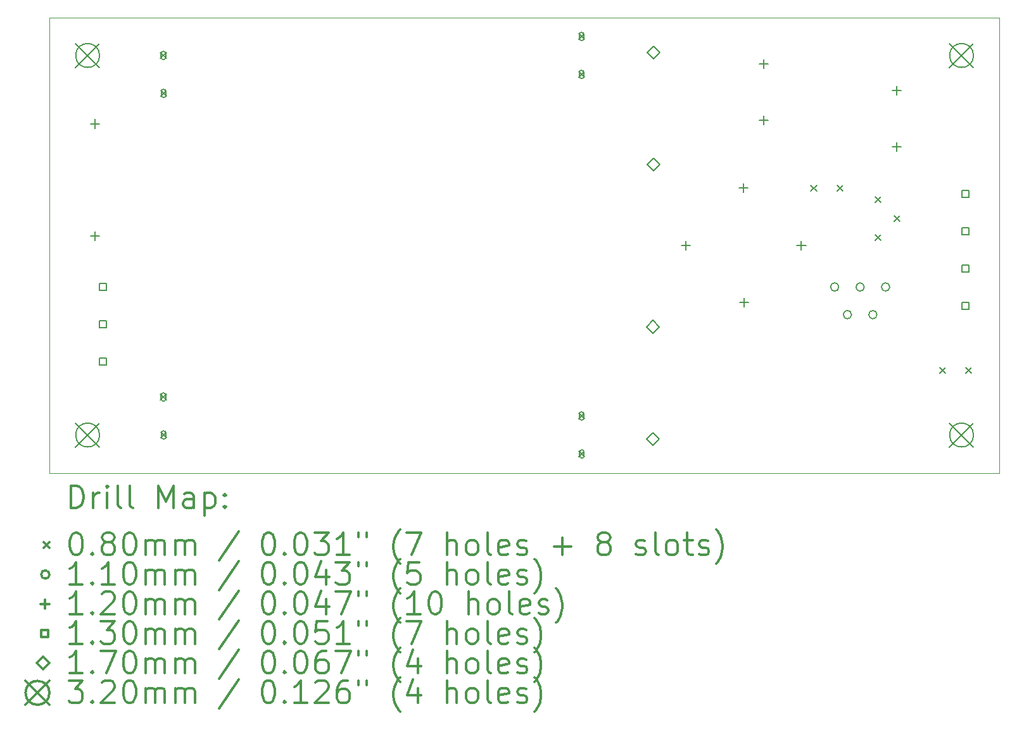
<source format=gbr>
%FSLAX45Y45*%
G04 Gerber Fmt 4.5, Leading zero omitted, Abs format (unit mm)*
G04 Created by KiCad (PCBNEW (5.1.9)-1) date 2021-06-30 23:10:08*
%MOMM*%
%LPD*%
G01*
G04 APERTURE LIST*
%TA.AperFunction,Profile*%
%ADD10C,0.050000*%
%TD*%
%ADD11C,0.200000*%
%ADD12C,0.300000*%
G04 APERTURE END LIST*
D10*
X6858000Y-12700000D02*
X6858000Y-6604000D01*
X19558000Y-12700000D02*
X6858000Y-12700000D01*
X19558000Y-6604000D02*
X19558000Y-12700000D01*
X6858000Y-6604000D02*
X19558000Y-6604000D01*
D11*
X8339000Y-7072000D02*
X8419000Y-7152000D01*
X8419000Y-7072000D02*
X8339000Y-7152000D01*
X8409000Y-7137000D02*
X8409000Y-7087000D01*
X8349000Y-7137000D02*
X8349000Y-7087000D01*
X8409000Y-7087000D02*
G75*
G03*
X8349000Y-7087000I-30000J0D01*
G01*
X8349000Y-7137000D02*
G75*
G03*
X8409000Y-7137000I30000J0D01*
G01*
X8339000Y-11644000D02*
X8419000Y-11724000D01*
X8419000Y-11644000D02*
X8339000Y-11724000D01*
X8409000Y-11709000D02*
X8409000Y-11659000D01*
X8349000Y-11709000D02*
X8349000Y-11659000D01*
X8409000Y-11659000D02*
G75*
G03*
X8349000Y-11659000I-30000J0D01*
G01*
X8349000Y-11709000D02*
G75*
G03*
X8409000Y-11709000I30000J0D01*
G01*
X8342000Y-7580000D02*
X8422000Y-7660000D01*
X8422000Y-7580000D02*
X8342000Y-7660000D01*
X8412000Y-7645000D02*
X8412000Y-7595000D01*
X8352000Y-7645000D02*
X8352000Y-7595000D01*
X8412000Y-7595000D02*
G75*
G03*
X8352000Y-7595000I-30000J0D01*
G01*
X8352000Y-7645000D02*
G75*
G03*
X8412000Y-7645000I30000J0D01*
G01*
X8342000Y-12152000D02*
X8422000Y-12232000D01*
X8422000Y-12152000D02*
X8342000Y-12232000D01*
X8412000Y-12217000D02*
X8412000Y-12167000D01*
X8352000Y-12217000D02*
X8352000Y-12167000D01*
X8412000Y-12167000D02*
G75*
G03*
X8352000Y-12167000I-30000J0D01*
G01*
X8352000Y-12217000D02*
G75*
G03*
X8412000Y-12217000I30000J0D01*
G01*
X13930000Y-6818000D02*
X14010000Y-6898000D01*
X14010000Y-6818000D02*
X13930000Y-6898000D01*
X14000000Y-6883000D02*
X14000000Y-6833000D01*
X13940000Y-6883000D02*
X13940000Y-6833000D01*
X14000000Y-6833000D02*
G75*
G03*
X13940000Y-6833000I-30000J0D01*
G01*
X13940000Y-6883000D02*
G75*
G03*
X14000000Y-6883000I30000J0D01*
G01*
X13930000Y-7326000D02*
X14010000Y-7406000D01*
X14010000Y-7326000D02*
X13930000Y-7406000D01*
X14000000Y-7391000D02*
X14000000Y-7341000D01*
X13940000Y-7391000D02*
X13940000Y-7341000D01*
X14000000Y-7341000D02*
G75*
G03*
X13940000Y-7341000I-30000J0D01*
G01*
X13940000Y-7391000D02*
G75*
G03*
X14000000Y-7391000I30000J0D01*
G01*
X13930000Y-11898000D02*
X14010000Y-11978000D01*
X14010000Y-11898000D02*
X13930000Y-11978000D01*
X14000000Y-11963000D02*
X14000000Y-11913000D01*
X13940000Y-11963000D02*
X13940000Y-11913000D01*
X14000000Y-11913000D02*
G75*
G03*
X13940000Y-11913000I-30000J0D01*
G01*
X13940000Y-11963000D02*
G75*
G03*
X14000000Y-11963000I30000J0D01*
G01*
X13933000Y-12406000D02*
X14013000Y-12486000D01*
X14013000Y-12406000D02*
X13933000Y-12486000D01*
X14003000Y-12471000D02*
X14003000Y-12421000D01*
X13943000Y-12471000D02*
X13943000Y-12421000D01*
X14003000Y-12421000D02*
G75*
G03*
X13943000Y-12421000I-30000J0D01*
G01*
X13943000Y-12471000D02*
G75*
G03*
X14003000Y-12471000I30000J0D01*
G01*
X17034400Y-8850000D02*
X17114400Y-8930000D01*
X17114400Y-8850000D02*
X17034400Y-8930000D01*
X17384400Y-8850000D02*
X17464400Y-8930000D01*
X17464400Y-8850000D02*
X17384400Y-8930000D01*
X17892400Y-9002400D02*
X17972400Y-9082400D01*
X17972400Y-9002400D02*
X17892400Y-9082400D01*
X17892400Y-9510400D02*
X17972400Y-9590400D01*
X17972400Y-9510400D02*
X17892400Y-9590400D01*
X18146400Y-9256400D02*
X18226400Y-9336400D01*
X18226400Y-9256400D02*
X18146400Y-9336400D01*
X18756000Y-11288400D02*
X18836000Y-11368400D01*
X18836000Y-11288400D02*
X18756000Y-11368400D01*
X19106000Y-11288400D02*
X19186000Y-11368400D01*
X19186000Y-11288400D02*
X19106000Y-11368400D01*
X17409000Y-10210800D02*
G75*
G03*
X17409000Y-10210800I-55000J0D01*
G01*
X17579000Y-10580800D02*
G75*
G03*
X17579000Y-10580800I-55000J0D01*
G01*
X17749000Y-10210800D02*
G75*
G03*
X17749000Y-10210800I-55000J0D01*
G01*
X17919000Y-10580800D02*
G75*
G03*
X17919000Y-10580800I-55000J0D01*
G01*
X18089000Y-10210800D02*
G75*
G03*
X18089000Y-10210800I-55000J0D01*
G01*
X7467600Y-7965000D02*
X7467600Y-8085000D01*
X7407600Y-8025000D02*
X7527600Y-8025000D01*
X7467600Y-9465000D02*
X7467600Y-9585000D01*
X7407600Y-9525000D02*
X7527600Y-9525000D01*
X15367000Y-9592000D02*
X15367000Y-9712000D01*
X15307000Y-9652000D02*
X15427000Y-9652000D01*
X16137746Y-8821254D02*
X16137746Y-8941254D01*
X16077746Y-8881254D02*
X16197746Y-8881254D01*
X16144817Y-10355675D02*
X16144817Y-10475675D01*
X16084817Y-10415675D02*
X16204817Y-10415675D01*
X16408400Y-7165600D02*
X16408400Y-7285600D01*
X16348400Y-7225600D02*
X16468400Y-7225600D01*
X16408400Y-7915600D02*
X16408400Y-8035600D01*
X16348400Y-7975600D02*
X16468400Y-7975600D01*
X16908493Y-9592000D02*
X16908493Y-9712000D01*
X16848493Y-9652000D02*
X16968493Y-9652000D01*
X18186400Y-7521200D02*
X18186400Y-7641200D01*
X18126400Y-7581200D02*
X18246400Y-7581200D01*
X18186400Y-8271200D02*
X18186400Y-8391200D01*
X18126400Y-8331200D02*
X18246400Y-8331200D01*
X7615162Y-10256762D02*
X7615162Y-10164838D01*
X7523238Y-10164838D01*
X7523238Y-10256762D01*
X7615162Y-10256762D01*
X7615162Y-10756762D02*
X7615162Y-10664838D01*
X7523238Y-10664838D01*
X7523238Y-10756762D01*
X7615162Y-10756762D01*
X7615162Y-11256762D02*
X7615162Y-11164838D01*
X7523238Y-11164838D01*
X7523238Y-11256762D01*
X7615162Y-11256762D01*
X19146762Y-9010762D02*
X19146762Y-8918838D01*
X19054838Y-8918838D01*
X19054838Y-9010762D01*
X19146762Y-9010762D01*
X19146762Y-9510762D02*
X19146762Y-9418838D01*
X19054838Y-9418838D01*
X19054838Y-9510762D01*
X19146762Y-9510762D01*
X19146762Y-10010762D02*
X19146762Y-9918838D01*
X19054838Y-9918838D01*
X19054838Y-10010762D01*
X19146762Y-10010762D01*
X19146762Y-10510762D02*
X19146762Y-10418838D01*
X19054838Y-10418838D01*
X19054838Y-10510762D01*
X19146762Y-10510762D01*
X14922500Y-10827800D02*
X15007500Y-10742800D01*
X14922500Y-10657800D01*
X14837500Y-10742800D01*
X14922500Y-10827800D01*
X14922500Y-12327800D02*
X15007500Y-12242800D01*
X14922500Y-12157800D01*
X14837500Y-12242800D01*
X14922500Y-12327800D01*
X14935200Y-7157500D02*
X15020200Y-7072500D01*
X14935200Y-6987500D01*
X14850200Y-7072500D01*
X14935200Y-7157500D01*
X14935200Y-8657500D02*
X15020200Y-8572500D01*
X14935200Y-8487500D01*
X14850200Y-8572500D01*
X14935200Y-8657500D01*
X7206000Y-6952000D02*
X7526000Y-7272000D01*
X7526000Y-6952000D02*
X7206000Y-7272000D01*
X7526000Y-7112000D02*
G75*
G03*
X7526000Y-7112000I-160000J0D01*
G01*
X7206000Y-12032000D02*
X7526000Y-12352000D01*
X7526000Y-12032000D02*
X7206000Y-12352000D01*
X7526000Y-12192000D02*
G75*
G03*
X7526000Y-12192000I-160000J0D01*
G01*
X18890000Y-6952000D02*
X19210000Y-7272000D01*
X19210000Y-6952000D02*
X18890000Y-7272000D01*
X19210000Y-7112000D02*
G75*
G03*
X19210000Y-7112000I-160000J0D01*
G01*
X18890000Y-12032000D02*
X19210000Y-12352000D01*
X19210000Y-12032000D02*
X18890000Y-12352000D01*
X19210000Y-12192000D02*
G75*
G03*
X19210000Y-12192000I-160000J0D01*
G01*
D12*
X7141928Y-13168214D02*
X7141928Y-12868214D01*
X7213357Y-12868214D01*
X7256214Y-12882500D01*
X7284786Y-12911071D01*
X7299071Y-12939643D01*
X7313357Y-12996786D01*
X7313357Y-13039643D01*
X7299071Y-13096786D01*
X7284786Y-13125357D01*
X7256214Y-13153929D01*
X7213357Y-13168214D01*
X7141928Y-13168214D01*
X7441928Y-13168214D02*
X7441928Y-12968214D01*
X7441928Y-13025357D02*
X7456214Y-12996786D01*
X7470500Y-12982500D01*
X7499071Y-12968214D01*
X7527643Y-12968214D01*
X7627643Y-13168214D02*
X7627643Y-12968214D01*
X7627643Y-12868214D02*
X7613357Y-12882500D01*
X7627643Y-12896786D01*
X7641928Y-12882500D01*
X7627643Y-12868214D01*
X7627643Y-12896786D01*
X7813357Y-13168214D02*
X7784786Y-13153929D01*
X7770500Y-13125357D01*
X7770500Y-12868214D01*
X7970500Y-13168214D02*
X7941928Y-13153929D01*
X7927643Y-13125357D01*
X7927643Y-12868214D01*
X8313357Y-13168214D02*
X8313357Y-12868214D01*
X8413357Y-13082500D01*
X8513357Y-12868214D01*
X8513357Y-13168214D01*
X8784786Y-13168214D02*
X8784786Y-13011071D01*
X8770500Y-12982500D01*
X8741928Y-12968214D01*
X8684786Y-12968214D01*
X8656214Y-12982500D01*
X8784786Y-13153929D02*
X8756214Y-13168214D01*
X8684786Y-13168214D01*
X8656214Y-13153929D01*
X8641928Y-13125357D01*
X8641928Y-13096786D01*
X8656214Y-13068214D01*
X8684786Y-13053929D01*
X8756214Y-13053929D01*
X8784786Y-13039643D01*
X8927643Y-12968214D02*
X8927643Y-13268214D01*
X8927643Y-12982500D02*
X8956214Y-12968214D01*
X9013357Y-12968214D01*
X9041928Y-12982500D01*
X9056214Y-12996786D01*
X9070500Y-13025357D01*
X9070500Y-13111071D01*
X9056214Y-13139643D01*
X9041928Y-13153929D01*
X9013357Y-13168214D01*
X8956214Y-13168214D01*
X8927643Y-13153929D01*
X9199071Y-13139643D02*
X9213357Y-13153929D01*
X9199071Y-13168214D01*
X9184786Y-13153929D01*
X9199071Y-13139643D01*
X9199071Y-13168214D01*
X9199071Y-12982500D02*
X9213357Y-12996786D01*
X9199071Y-13011071D01*
X9184786Y-12996786D01*
X9199071Y-12982500D01*
X9199071Y-13011071D01*
X6775500Y-13622500D02*
X6855500Y-13702500D01*
X6855500Y-13622500D02*
X6775500Y-13702500D01*
X7199071Y-13498214D02*
X7227643Y-13498214D01*
X7256214Y-13512500D01*
X7270500Y-13526786D01*
X7284786Y-13555357D01*
X7299071Y-13612500D01*
X7299071Y-13683929D01*
X7284786Y-13741071D01*
X7270500Y-13769643D01*
X7256214Y-13783929D01*
X7227643Y-13798214D01*
X7199071Y-13798214D01*
X7170500Y-13783929D01*
X7156214Y-13769643D01*
X7141928Y-13741071D01*
X7127643Y-13683929D01*
X7127643Y-13612500D01*
X7141928Y-13555357D01*
X7156214Y-13526786D01*
X7170500Y-13512500D01*
X7199071Y-13498214D01*
X7427643Y-13769643D02*
X7441928Y-13783929D01*
X7427643Y-13798214D01*
X7413357Y-13783929D01*
X7427643Y-13769643D01*
X7427643Y-13798214D01*
X7613357Y-13626786D02*
X7584786Y-13612500D01*
X7570500Y-13598214D01*
X7556214Y-13569643D01*
X7556214Y-13555357D01*
X7570500Y-13526786D01*
X7584786Y-13512500D01*
X7613357Y-13498214D01*
X7670500Y-13498214D01*
X7699071Y-13512500D01*
X7713357Y-13526786D01*
X7727643Y-13555357D01*
X7727643Y-13569643D01*
X7713357Y-13598214D01*
X7699071Y-13612500D01*
X7670500Y-13626786D01*
X7613357Y-13626786D01*
X7584786Y-13641071D01*
X7570500Y-13655357D01*
X7556214Y-13683929D01*
X7556214Y-13741071D01*
X7570500Y-13769643D01*
X7584786Y-13783929D01*
X7613357Y-13798214D01*
X7670500Y-13798214D01*
X7699071Y-13783929D01*
X7713357Y-13769643D01*
X7727643Y-13741071D01*
X7727643Y-13683929D01*
X7713357Y-13655357D01*
X7699071Y-13641071D01*
X7670500Y-13626786D01*
X7913357Y-13498214D02*
X7941928Y-13498214D01*
X7970500Y-13512500D01*
X7984786Y-13526786D01*
X7999071Y-13555357D01*
X8013357Y-13612500D01*
X8013357Y-13683929D01*
X7999071Y-13741071D01*
X7984786Y-13769643D01*
X7970500Y-13783929D01*
X7941928Y-13798214D01*
X7913357Y-13798214D01*
X7884786Y-13783929D01*
X7870500Y-13769643D01*
X7856214Y-13741071D01*
X7841928Y-13683929D01*
X7841928Y-13612500D01*
X7856214Y-13555357D01*
X7870500Y-13526786D01*
X7884786Y-13512500D01*
X7913357Y-13498214D01*
X8141928Y-13798214D02*
X8141928Y-13598214D01*
X8141928Y-13626786D02*
X8156214Y-13612500D01*
X8184786Y-13598214D01*
X8227643Y-13598214D01*
X8256214Y-13612500D01*
X8270500Y-13641071D01*
X8270500Y-13798214D01*
X8270500Y-13641071D02*
X8284786Y-13612500D01*
X8313357Y-13598214D01*
X8356214Y-13598214D01*
X8384786Y-13612500D01*
X8399071Y-13641071D01*
X8399071Y-13798214D01*
X8541928Y-13798214D02*
X8541928Y-13598214D01*
X8541928Y-13626786D02*
X8556214Y-13612500D01*
X8584786Y-13598214D01*
X8627643Y-13598214D01*
X8656214Y-13612500D01*
X8670500Y-13641071D01*
X8670500Y-13798214D01*
X8670500Y-13641071D02*
X8684786Y-13612500D01*
X8713357Y-13598214D01*
X8756214Y-13598214D01*
X8784786Y-13612500D01*
X8799071Y-13641071D01*
X8799071Y-13798214D01*
X9384786Y-13483929D02*
X9127643Y-13869643D01*
X9770500Y-13498214D02*
X9799071Y-13498214D01*
X9827643Y-13512500D01*
X9841928Y-13526786D01*
X9856214Y-13555357D01*
X9870500Y-13612500D01*
X9870500Y-13683929D01*
X9856214Y-13741071D01*
X9841928Y-13769643D01*
X9827643Y-13783929D01*
X9799071Y-13798214D01*
X9770500Y-13798214D01*
X9741928Y-13783929D01*
X9727643Y-13769643D01*
X9713357Y-13741071D01*
X9699071Y-13683929D01*
X9699071Y-13612500D01*
X9713357Y-13555357D01*
X9727643Y-13526786D01*
X9741928Y-13512500D01*
X9770500Y-13498214D01*
X9999071Y-13769643D02*
X10013357Y-13783929D01*
X9999071Y-13798214D01*
X9984786Y-13783929D01*
X9999071Y-13769643D01*
X9999071Y-13798214D01*
X10199071Y-13498214D02*
X10227643Y-13498214D01*
X10256214Y-13512500D01*
X10270500Y-13526786D01*
X10284786Y-13555357D01*
X10299071Y-13612500D01*
X10299071Y-13683929D01*
X10284786Y-13741071D01*
X10270500Y-13769643D01*
X10256214Y-13783929D01*
X10227643Y-13798214D01*
X10199071Y-13798214D01*
X10170500Y-13783929D01*
X10156214Y-13769643D01*
X10141928Y-13741071D01*
X10127643Y-13683929D01*
X10127643Y-13612500D01*
X10141928Y-13555357D01*
X10156214Y-13526786D01*
X10170500Y-13512500D01*
X10199071Y-13498214D01*
X10399071Y-13498214D02*
X10584786Y-13498214D01*
X10484786Y-13612500D01*
X10527643Y-13612500D01*
X10556214Y-13626786D01*
X10570500Y-13641071D01*
X10584786Y-13669643D01*
X10584786Y-13741071D01*
X10570500Y-13769643D01*
X10556214Y-13783929D01*
X10527643Y-13798214D01*
X10441928Y-13798214D01*
X10413357Y-13783929D01*
X10399071Y-13769643D01*
X10870500Y-13798214D02*
X10699071Y-13798214D01*
X10784786Y-13798214D02*
X10784786Y-13498214D01*
X10756214Y-13541071D01*
X10727643Y-13569643D01*
X10699071Y-13583929D01*
X10984786Y-13498214D02*
X10984786Y-13555357D01*
X11099071Y-13498214D02*
X11099071Y-13555357D01*
X11541928Y-13912500D02*
X11527643Y-13898214D01*
X11499071Y-13855357D01*
X11484786Y-13826786D01*
X11470500Y-13783929D01*
X11456214Y-13712500D01*
X11456214Y-13655357D01*
X11470500Y-13583929D01*
X11484786Y-13541071D01*
X11499071Y-13512500D01*
X11527643Y-13469643D01*
X11541928Y-13455357D01*
X11627643Y-13498214D02*
X11827643Y-13498214D01*
X11699071Y-13798214D01*
X12170500Y-13798214D02*
X12170500Y-13498214D01*
X12299071Y-13798214D02*
X12299071Y-13641071D01*
X12284786Y-13612500D01*
X12256214Y-13598214D01*
X12213357Y-13598214D01*
X12184786Y-13612500D01*
X12170500Y-13626786D01*
X12484786Y-13798214D02*
X12456214Y-13783929D01*
X12441928Y-13769643D01*
X12427643Y-13741071D01*
X12427643Y-13655357D01*
X12441928Y-13626786D01*
X12456214Y-13612500D01*
X12484786Y-13598214D01*
X12527643Y-13598214D01*
X12556214Y-13612500D01*
X12570500Y-13626786D01*
X12584786Y-13655357D01*
X12584786Y-13741071D01*
X12570500Y-13769643D01*
X12556214Y-13783929D01*
X12527643Y-13798214D01*
X12484786Y-13798214D01*
X12756214Y-13798214D02*
X12727643Y-13783929D01*
X12713357Y-13755357D01*
X12713357Y-13498214D01*
X12984786Y-13783929D02*
X12956214Y-13798214D01*
X12899071Y-13798214D01*
X12870500Y-13783929D01*
X12856214Y-13755357D01*
X12856214Y-13641071D01*
X12870500Y-13612500D01*
X12899071Y-13598214D01*
X12956214Y-13598214D01*
X12984786Y-13612500D01*
X12999071Y-13641071D01*
X12999071Y-13669643D01*
X12856214Y-13698214D01*
X13113357Y-13783929D02*
X13141928Y-13798214D01*
X13199071Y-13798214D01*
X13227643Y-13783929D01*
X13241928Y-13755357D01*
X13241928Y-13741071D01*
X13227643Y-13712500D01*
X13199071Y-13698214D01*
X13156214Y-13698214D01*
X13127643Y-13683929D01*
X13113357Y-13655357D01*
X13113357Y-13641071D01*
X13127643Y-13612500D01*
X13156214Y-13598214D01*
X13199071Y-13598214D01*
X13227643Y-13612500D01*
X13599071Y-13683929D02*
X13827643Y-13683929D01*
X13713357Y-13798214D02*
X13713357Y-13569643D01*
X14241928Y-13626786D02*
X14213357Y-13612500D01*
X14199071Y-13598214D01*
X14184786Y-13569643D01*
X14184786Y-13555357D01*
X14199071Y-13526786D01*
X14213357Y-13512500D01*
X14241928Y-13498214D01*
X14299071Y-13498214D01*
X14327643Y-13512500D01*
X14341928Y-13526786D01*
X14356214Y-13555357D01*
X14356214Y-13569643D01*
X14341928Y-13598214D01*
X14327643Y-13612500D01*
X14299071Y-13626786D01*
X14241928Y-13626786D01*
X14213357Y-13641071D01*
X14199071Y-13655357D01*
X14184786Y-13683929D01*
X14184786Y-13741071D01*
X14199071Y-13769643D01*
X14213357Y-13783929D01*
X14241928Y-13798214D01*
X14299071Y-13798214D01*
X14327643Y-13783929D01*
X14341928Y-13769643D01*
X14356214Y-13741071D01*
X14356214Y-13683929D01*
X14341928Y-13655357D01*
X14327643Y-13641071D01*
X14299071Y-13626786D01*
X14699071Y-13783929D02*
X14727643Y-13798214D01*
X14784786Y-13798214D01*
X14813357Y-13783929D01*
X14827643Y-13755357D01*
X14827643Y-13741071D01*
X14813357Y-13712500D01*
X14784786Y-13698214D01*
X14741928Y-13698214D01*
X14713357Y-13683929D01*
X14699071Y-13655357D01*
X14699071Y-13641071D01*
X14713357Y-13612500D01*
X14741928Y-13598214D01*
X14784786Y-13598214D01*
X14813357Y-13612500D01*
X14999071Y-13798214D02*
X14970500Y-13783929D01*
X14956214Y-13755357D01*
X14956214Y-13498214D01*
X15156214Y-13798214D02*
X15127643Y-13783929D01*
X15113357Y-13769643D01*
X15099071Y-13741071D01*
X15099071Y-13655357D01*
X15113357Y-13626786D01*
X15127643Y-13612500D01*
X15156214Y-13598214D01*
X15199071Y-13598214D01*
X15227643Y-13612500D01*
X15241928Y-13626786D01*
X15256214Y-13655357D01*
X15256214Y-13741071D01*
X15241928Y-13769643D01*
X15227643Y-13783929D01*
X15199071Y-13798214D01*
X15156214Y-13798214D01*
X15341928Y-13598214D02*
X15456214Y-13598214D01*
X15384786Y-13498214D02*
X15384786Y-13755357D01*
X15399071Y-13783929D01*
X15427643Y-13798214D01*
X15456214Y-13798214D01*
X15541928Y-13783929D02*
X15570500Y-13798214D01*
X15627643Y-13798214D01*
X15656214Y-13783929D01*
X15670500Y-13755357D01*
X15670500Y-13741071D01*
X15656214Y-13712500D01*
X15627643Y-13698214D01*
X15584786Y-13698214D01*
X15556214Y-13683929D01*
X15541928Y-13655357D01*
X15541928Y-13641071D01*
X15556214Y-13612500D01*
X15584786Y-13598214D01*
X15627643Y-13598214D01*
X15656214Y-13612500D01*
X15770500Y-13912500D02*
X15784786Y-13898214D01*
X15813357Y-13855357D01*
X15827643Y-13826786D01*
X15841928Y-13783929D01*
X15856214Y-13712500D01*
X15856214Y-13655357D01*
X15841928Y-13583929D01*
X15827643Y-13541071D01*
X15813357Y-13512500D01*
X15784786Y-13469643D01*
X15770500Y-13455357D01*
X6855500Y-14058500D02*
G75*
G03*
X6855500Y-14058500I-55000J0D01*
G01*
X7299071Y-14194214D02*
X7127643Y-14194214D01*
X7213357Y-14194214D02*
X7213357Y-13894214D01*
X7184786Y-13937071D01*
X7156214Y-13965643D01*
X7127643Y-13979929D01*
X7427643Y-14165643D02*
X7441928Y-14179929D01*
X7427643Y-14194214D01*
X7413357Y-14179929D01*
X7427643Y-14165643D01*
X7427643Y-14194214D01*
X7727643Y-14194214D02*
X7556214Y-14194214D01*
X7641928Y-14194214D02*
X7641928Y-13894214D01*
X7613357Y-13937071D01*
X7584786Y-13965643D01*
X7556214Y-13979929D01*
X7913357Y-13894214D02*
X7941928Y-13894214D01*
X7970500Y-13908500D01*
X7984786Y-13922786D01*
X7999071Y-13951357D01*
X8013357Y-14008500D01*
X8013357Y-14079929D01*
X7999071Y-14137071D01*
X7984786Y-14165643D01*
X7970500Y-14179929D01*
X7941928Y-14194214D01*
X7913357Y-14194214D01*
X7884786Y-14179929D01*
X7870500Y-14165643D01*
X7856214Y-14137071D01*
X7841928Y-14079929D01*
X7841928Y-14008500D01*
X7856214Y-13951357D01*
X7870500Y-13922786D01*
X7884786Y-13908500D01*
X7913357Y-13894214D01*
X8141928Y-14194214D02*
X8141928Y-13994214D01*
X8141928Y-14022786D02*
X8156214Y-14008500D01*
X8184786Y-13994214D01*
X8227643Y-13994214D01*
X8256214Y-14008500D01*
X8270500Y-14037071D01*
X8270500Y-14194214D01*
X8270500Y-14037071D02*
X8284786Y-14008500D01*
X8313357Y-13994214D01*
X8356214Y-13994214D01*
X8384786Y-14008500D01*
X8399071Y-14037071D01*
X8399071Y-14194214D01*
X8541928Y-14194214D02*
X8541928Y-13994214D01*
X8541928Y-14022786D02*
X8556214Y-14008500D01*
X8584786Y-13994214D01*
X8627643Y-13994214D01*
X8656214Y-14008500D01*
X8670500Y-14037071D01*
X8670500Y-14194214D01*
X8670500Y-14037071D02*
X8684786Y-14008500D01*
X8713357Y-13994214D01*
X8756214Y-13994214D01*
X8784786Y-14008500D01*
X8799071Y-14037071D01*
X8799071Y-14194214D01*
X9384786Y-13879929D02*
X9127643Y-14265643D01*
X9770500Y-13894214D02*
X9799071Y-13894214D01*
X9827643Y-13908500D01*
X9841928Y-13922786D01*
X9856214Y-13951357D01*
X9870500Y-14008500D01*
X9870500Y-14079929D01*
X9856214Y-14137071D01*
X9841928Y-14165643D01*
X9827643Y-14179929D01*
X9799071Y-14194214D01*
X9770500Y-14194214D01*
X9741928Y-14179929D01*
X9727643Y-14165643D01*
X9713357Y-14137071D01*
X9699071Y-14079929D01*
X9699071Y-14008500D01*
X9713357Y-13951357D01*
X9727643Y-13922786D01*
X9741928Y-13908500D01*
X9770500Y-13894214D01*
X9999071Y-14165643D02*
X10013357Y-14179929D01*
X9999071Y-14194214D01*
X9984786Y-14179929D01*
X9999071Y-14165643D01*
X9999071Y-14194214D01*
X10199071Y-13894214D02*
X10227643Y-13894214D01*
X10256214Y-13908500D01*
X10270500Y-13922786D01*
X10284786Y-13951357D01*
X10299071Y-14008500D01*
X10299071Y-14079929D01*
X10284786Y-14137071D01*
X10270500Y-14165643D01*
X10256214Y-14179929D01*
X10227643Y-14194214D01*
X10199071Y-14194214D01*
X10170500Y-14179929D01*
X10156214Y-14165643D01*
X10141928Y-14137071D01*
X10127643Y-14079929D01*
X10127643Y-14008500D01*
X10141928Y-13951357D01*
X10156214Y-13922786D01*
X10170500Y-13908500D01*
X10199071Y-13894214D01*
X10556214Y-13994214D02*
X10556214Y-14194214D01*
X10484786Y-13879929D02*
X10413357Y-14094214D01*
X10599071Y-14094214D01*
X10684786Y-13894214D02*
X10870500Y-13894214D01*
X10770500Y-14008500D01*
X10813357Y-14008500D01*
X10841928Y-14022786D01*
X10856214Y-14037071D01*
X10870500Y-14065643D01*
X10870500Y-14137071D01*
X10856214Y-14165643D01*
X10841928Y-14179929D01*
X10813357Y-14194214D01*
X10727643Y-14194214D01*
X10699071Y-14179929D01*
X10684786Y-14165643D01*
X10984786Y-13894214D02*
X10984786Y-13951357D01*
X11099071Y-13894214D02*
X11099071Y-13951357D01*
X11541928Y-14308500D02*
X11527643Y-14294214D01*
X11499071Y-14251357D01*
X11484786Y-14222786D01*
X11470500Y-14179929D01*
X11456214Y-14108500D01*
X11456214Y-14051357D01*
X11470500Y-13979929D01*
X11484786Y-13937071D01*
X11499071Y-13908500D01*
X11527643Y-13865643D01*
X11541928Y-13851357D01*
X11799071Y-13894214D02*
X11656214Y-13894214D01*
X11641928Y-14037071D01*
X11656214Y-14022786D01*
X11684786Y-14008500D01*
X11756214Y-14008500D01*
X11784786Y-14022786D01*
X11799071Y-14037071D01*
X11813357Y-14065643D01*
X11813357Y-14137071D01*
X11799071Y-14165643D01*
X11784786Y-14179929D01*
X11756214Y-14194214D01*
X11684786Y-14194214D01*
X11656214Y-14179929D01*
X11641928Y-14165643D01*
X12170500Y-14194214D02*
X12170500Y-13894214D01*
X12299071Y-14194214D02*
X12299071Y-14037071D01*
X12284786Y-14008500D01*
X12256214Y-13994214D01*
X12213357Y-13994214D01*
X12184786Y-14008500D01*
X12170500Y-14022786D01*
X12484786Y-14194214D02*
X12456214Y-14179929D01*
X12441928Y-14165643D01*
X12427643Y-14137071D01*
X12427643Y-14051357D01*
X12441928Y-14022786D01*
X12456214Y-14008500D01*
X12484786Y-13994214D01*
X12527643Y-13994214D01*
X12556214Y-14008500D01*
X12570500Y-14022786D01*
X12584786Y-14051357D01*
X12584786Y-14137071D01*
X12570500Y-14165643D01*
X12556214Y-14179929D01*
X12527643Y-14194214D01*
X12484786Y-14194214D01*
X12756214Y-14194214D02*
X12727643Y-14179929D01*
X12713357Y-14151357D01*
X12713357Y-13894214D01*
X12984786Y-14179929D02*
X12956214Y-14194214D01*
X12899071Y-14194214D01*
X12870500Y-14179929D01*
X12856214Y-14151357D01*
X12856214Y-14037071D01*
X12870500Y-14008500D01*
X12899071Y-13994214D01*
X12956214Y-13994214D01*
X12984786Y-14008500D01*
X12999071Y-14037071D01*
X12999071Y-14065643D01*
X12856214Y-14094214D01*
X13113357Y-14179929D02*
X13141928Y-14194214D01*
X13199071Y-14194214D01*
X13227643Y-14179929D01*
X13241928Y-14151357D01*
X13241928Y-14137071D01*
X13227643Y-14108500D01*
X13199071Y-14094214D01*
X13156214Y-14094214D01*
X13127643Y-14079929D01*
X13113357Y-14051357D01*
X13113357Y-14037071D01*
X13127643Y-14008500D01*
X13156214Y-13994214D01*
X13199071Y-13994214D01*
X13227643Y-14008500D01*
X13341928Y-14308500D02*
X13356214Y-14294214D01*
X13384786Y-14251357D01*
X13399071Y-14222786D01*
X13413357Y-14179929D01*
X13427643Y-14108500D01*
X13427643Y-14051357D01*
X13413357Y-13979929D01*
X13399071Y-13937071D01*
X13384786Y-13908500D01*
X13356214Y-13865643D01*
X13341928Y-13851357D01*
X6795500Y-14394500D02*
X6795500Y-14514500D01*
X6735500Y-14454500D02*
X6855500Y-14454500D01*
X7299071Y-14590214D02*
X7127643Y-14590214D01*
X7213357Y-14590214D02*
X7213357Y-14290214D01*
X7184786Y-14333071D01*
X7156214Y-14361643D01*
X7127643Y-14375929D01*
X7427643Y-14561643D02*
X7441928Y-14575929D01*
X7427643Y-14590214D01*
X7413357Y-14575929D01*
X7427643Y-14561643D01*
X7427643Y-14590214D01*
X7556214Y-14318786D02*
X7570500Y-14304500D01*
X7599071Y-14290214D01*
X7670500Y-14290214D01*
X7699071Y-14304500D01*
X7713357Y-14318786D01*
X7727643Y-14347357D01*
X7727643Y-14375929D01*
X7713357Y-14418786D01*
X7541928Y-14590214D01*
X7727643Y-14590214D01*
X7913357Y-14290214D02*
X7941928Y-14290214D01*
X7970500Y-14304500D01*
X7984786Y-14318786D01*
X7999071Y-14347357D01*
X8013357Y-14404500D01*
X8013357Y-14475929D01*
X7999071Y-14533071D01*
X7984786Y-14561643D01*
X7970500Y-14575929D01*
X7941928Y-14590214D01*
X7913357Y-14590214D01*
X7884786Y-14575929D01*
X7870500Y-14561643D01*
X7856214Y-14533071D01*
X7841928Y-14475929D01*
X7841928Y-14404500D01*
X7856214Y-14347357D01*
X7870500Y-14318786D01*
X7884786Y-14304500D01*
X7913357Y-14290214D01*
X8141928Y-14590214D02*
X8141928Y-14390214D01*
X8141928Y-14418786D02*
X8156214Y-14404500D01*
X8184786Y-14390214D01*
X8227643Y-14390214D01*
X8256214Y-14404500D01*
X8270500Y-14433071D01*
X8270500Y-14590214D01*
X8270500Y-14433071D02*
X8284786Y-14404500D01*
X8313357Y-14390214D01*
X8356214Y-14390214D01*
X8384786Y-14404500D01*
X8399071Y-14433071D01*
X8399071Y-14590214D01*
X8541928Y-14590214D02*
X8541928Y-14390214D01*
X8541928Y-14418786D02*
X8556214Y-14404500D01*
X8584786Y-14390214D01*
X8627643Y-14390214D01*
X8656214Y-14404500D01*
X8670500Y-14433071D01*
X8670500Y-14590214D01*
X8670500Y-14433071D02*
X8684786Y-14404500D01*
X8713357Y-14390214D01*
X8756214Y-14390214D01*
X8784786Y-14404500D01*
X8799071Y-14433071D01*
X8799071Y-14590214D01*
X9384786Y-14275929D02*
X9127643Y-14661643D01*
X9770500Y-14290214D02*
X9799071Y-14290214D01*
X9827643Y-14304500D01*
X9841928Y-14318786D01*
X9856214Y-14347357D01*
X9870500Y-14404500D01*
X9870500Y-14475929D01*
X9856214Y-14533071D01*
X9841928Y-14561643D01*
X9827643Y-14575929D01*
X9799071Y-14590214D01*
X9770500Y-14590214D01*
X9741928Y-14575929D01*
X9727643Y-14561643D01*
X9713357Y-14533071D01*
X9699071Y-14475929D01*
X9699071Y-14404500D01*
X9713357Y-14347357D01*
X9727643Y-14318786D01*
X9741928Y-14304500D01*
X9770500Y-14290214D01*
X9999071Y-14561643D02*
X10013357Y-14575929D01*
X9999071Y-14590214D01*
X9984786Y-14575929D01*
X9999071Y-14561643D01*
X9999071Y-14590214D01*
X10199071Y-14290214D02*
X10227643Y-14290214D01*
X10256214Y-14304500D01*
X10270500Y-14318786D01*
X10284786Y-14347357D01*
X10299071Y-14404500D01*
X10299071Y-14475929D01*
X10284786Y-14533071D01*
X10270500Y-14561643D01*
X10256214Y-14575929D01*
X10227643Y-14590214D01*
X10199071Y-14590214D01*
X10170500Y-14575929D01*
X10156214Y-14561643D01*
X10141928Y-14533071D01*
X10127643Y-14475929D01*
X10127643Y-14404500D01*
X10141928Y-14347357D01*
X10156214Y-14318786D01*
X10170500Y-14304500D01*
X10199071Y-14290214D01*
X10556214Y-14390214D02*
X10556214Y-14590214D01*
X10484786Y-14275929D02*
X10413357Y-14490214D01*
X10599071Y-14490214D01*
X10684786Y-14290214D02*
X10884786Y-14290214D01*
X10756214Y-14590214D01*
X10984786Y-14290214D02*
X10984786Y-14347357D01*
X11099071Y-14290214D02*
X11099071Y-14347357D01*
X11541928Y-14704500D02*
X11527643Y-14690214D01*
X11499071Y-14647357D01*
X11484786Y-14618786D01*
X11470500Y-14575929D01*
X11456214Y-14504500D01*
X11456214Y-14447357D01*
X11470500Y-14375929D01*
X11484786Y-14333071D01*
X11499071Y-14304500D01*
X11527643Y-14261643D01*
X11541928Y-14247357D01*
X11813357Y-14590214D02*
X11641928Y-14590214D01*
X11727643Y-14590214D02*
X11727643Y-14290214D01*
X11699071Y-14333071D01*
X11670500Y-14361643D01*
X11641928Y-14375929D01*
X11999071Y-14290214D02*
X12027643Y-14290214D01*
X12056214Y-14304500D01*
X12070500Y-14318786D01*
X12084786Y-14347357D01*
X12099071Y-14404500D01*
X12099071Y-14475929D01*
X12084786Y-14533071D01*
X12070500Y-14561643D01*
X12056214Y-14575929D01*
X12027643Y-14590214D01*
X11999071Y-14590214D01*
X11970500Y-14575929D01*
X11956214Y-14561643D01*
X11941928Y-14533071D01*
X11927643Y-14475929D01*
X11927643Y-14404500D01*
X11941928Y-14347357D01*
X11956214Y-14318786D01*
X11970500Y-14304500D01*
X11999071Y-14290214D01*
X12456214Y-14590214D02*
X12456214Y-14290214D01*
X12584786Y-14590214D02*
X12584786Y-14433071D01*
X12570500Y-14404500D01*
X12541928Y-14390214D01*
X12499071Y-14390214D01*
X12470500Y-14404500D01*
X12456214Y-14418786D01*
X12770500Y-14590214D02*
X12741928Y-14575929D01*
X12727643Y-14561643D01*
X12713357Y-14533071D01*
X12713357Y-14447357D01*
X12727643Y-14418786D01*
X12741928Y-14404500D01*
X12770500Y-14390214D01*
X12813357Y-14390214D01*
X12841928Y-14404500D01*
X12856214Y-14418786D01*
X12870500Y-14447357D01*
X12870500Y-14533071D01*
X12856214Y-14561643D01*
X12841928Y-14575929D01*
X12813357Y-14590214D01*
X12770500Y-14590214D01*
X13041928Y-14590214D02*
X13013357Y-14575929D01*
X12999071Y-14547357D01*
X12999071Y-14290214D01*
X13270500Y-14575929D02*
X13241928Y-14590214D01*
X13184786Y-14590214D01*
X13156214Y-14575929D01*
X13141928Y-14547357D01*
X13141928Y-14433071D01*
X13156214Y-14404500D01*
X13184786Y-14390214D01*
X13241928Y-14390214D01*
X13270500Y-14404500D01*
X13284786Y-14433071D01*
X13284786Y-14461643D01*
X13141928Y-14490214D01*
X13399071Y-14575929D02*
X13427643Y-14590214D01*
X13484786Y-14590214D01*
X13513357Y-14575929D01*
X13527643Y-14547357D01*
X13527643Y-14533071D01*
X13513357Y-14504500D01*
X13484786Y-14490214D01*
X13441928Y-14490214D01*
X13413357Y-14475929D01*
X13399071Y-14447357D01*
X13399071Y-14433071D01*
X13413357Y-14404500D01*
X13441928Y-14390214D01*
X13484786Y-14390214D01*
X13513357Y-14404500D01*
X13627643Y-14704500D02*
X13641928Y-14690214D01*
X13670500Y-14647357D01*
X13684786Y-14618786D01*
X13699071Y-14575929D01*
X13713357Y-14504500D01*
X13713357Y-14447357D01*
X13699071Y-14375929D01*
X13684786Y-14333071D01*
X13670500Y-14304500D01*
X13641928Y-14261643D01*
X13627643Y-14247357D01*
X6836462Y-14896462D02*
X6836462Y-14804538D01*
X6744537Y-14804538D01*
X6744537Y-14896462D01*
X6836462Y-14896462D01*
X7299071Y-14986214D02*
X7127643Y-14986214D01*
X7213357Y-14986214D02*
X7213357Y-14686214D01*
X7184786Y-14729071D01*
X7156214Y-14757643D01*
X7127643Y-14771929D01*
X7427643Y-14957643D02*
X7441928Y-14971929D01*
X7427643Y-14986214D01*
X7413357Y-14971929D01*
X7427643Y-14957643D01*
X7427643Y-14986214D01*
X7541928Y-14686214D02*
X7727643Y-14686214D01*
X7627643Y-14800500D01*
X7670500Y-14800500D01*
X7699071Y-14814786D01*
X7713357Y-14829071D01*
X7727643Y-14857643D01*
X7727643Y-14929071D01*
X7713357Y-14957643D01*
X7699071Y-14971929D01*
X7670500Y-14986214D01*
X7584786Y-14986214D01*
X7556214Y-14971929D01*
X7541928Y-14957643D01*
X7913357Y-14686214D02*
X7941928Y-14686214D01*
X7970500Y-14700500D01*
X7984786Y-14714786D01*
X7999071Y-14743357D01*
X8013357Y-14800500D01*
X8013357Y-14871929D01*
X7999071Y-14929071D01*
X7984786Y-14957643D01*
X7970500Y-14971929D01*
X7941928Y-14986214D01*
X7913357Y-14986214D01*
X7884786Y-14971929D01*
X7870500Y-14957643D01*
X7856214Y-14929071D01*
X7841928Y-14871929D01*
X7841928Y-14800500D01*
X7856214Y-14743357D01*
X7870500Y-14714786D01*
X7884786Y-14700500D01*
X7913357Y-14686214D01*
X8141928Y-14986214D02*
X8141928Y-14786214D01*
X8141928Y-14814786D02*
X8156214Y-14800500D01*
X8184786Y-14786214D01*
X8227643Y-14786214D01*
X8256214Y-14800500D01*
X8270500Y-14829071D01*
X8270500Y-14986214D01*
X8270500Y-14829071D02*
X8284786Y-14800500D01*
X8313357Y-14786214D01*
X8356214Y-14786214D01*
X8384786Y-14800500D01*
X8399071Y-14829071D01*
X8399071Y-14986214D01*
X8541928Y-14986214D02*
X8541928Y-14786214D01*
X8541928Y-14814786D02*
X8556214Y-14800500D01*
X8584786Y-14786214D01*
X8627643Y-14786214D01*
X8656214Y-14800500D01*
X8670500Y-14829071D01*
X8670500Y-14986214D01*
X8670500Y-14829071D02*
X8684786Y-14800500D01*
X8713357Y-14786214D01*
X8756214Y-14786214D01*
X8784786Y-14800500D01*
X8799071Y-14829071D01*
X8799071Y-14986214D01*
X9384786Y-14671929D02*
X9127643Y-15057643D01*
X9770500Y-14686214D02*
X9799071Y-14686214D01*
X9827643Y-14700500D01*
X9841928Y-14714786D01*
X9856214Y-14743357D01*
X9870500Y-14800500D01*
X9870500Y-14871929D01*
X9856214Y-14929071D01*
X9841928Y-14957643D01*
X9827643Y-14971929D01*
X9799071Y-14986214D01*
X9770500Y-14986214D01*
X9741928Y-14971929D01*
X9727643Y-14957643D01*
X9713357Y-14929071D01*
X9699071Y-14871929D01*
X9699071Y-14800500D01*
X9713357Y-14743357D01*
X9727643Y-14714786D01*
X9741928Y-14700500D01*
X9770500Y-14686214D01*
X9999071Y-14957643D02*
X10013357Y-14971929D01*
X9999071Y-14986214D01*
X9984786Y-14971929D01*
X9999071Y-14957643D01*
X9999071Y-14986214D01*
X10199071Y-14686214D02*
X10227643Y-14686214D01*
X10256214Y-14700500D01*
X10270500Y-14714786D01*
X10284786Y-14743357D01*
X10299071Y-14800500D01*
X10299071Y-14871929D01*
X10284786Y-14929071D01*
X10270500Y-14957643D01*
X10256214Y-14971929D01*
X10227643Y-14986214D01*
X10199071Y-14986214D01*
X10170500Y-14971929D01*
X10156214Y-14957643D01*
X10141928Y-14929071D01*
X10127643Y-14871929D01*
X10127643Y-14800500D01*
X10141928Y-14743357D01*
X10156214Y-14714786D01*
X10170500Y-14700500D01*
X10199071Y-14686214D01*
X10570500Y-14686214D02*
X10427643Y-14686214D01*
X10413357Y-14829071D01*
X10427643Y-14814786D01*
X10456214Y-14800500D01*
X10527643Y-14800500D01*
X10556214Y-14814786D01*
X10570500Y-14829071D01*
X10584786Y-14857643D01*
X10584786Y-14929071D01*
X10570500Y-14957643D01*
X10556214Y-14971929D01*
X10527643Y-14986214D01*
X10456214Y-14986214D01*
X10427643Y-14971929D01*
X10413357Y-14957643D01*
X10870500Y-14986214D02*
X10699071Y-14986214D01*
X10784786Y-14986214D02*
X10784786Y-14686214D01*
X10756214Y-14729071D01*
X10727643Y-14757643D01*
X10699071Y-14771929D01*
X10984786Y-14686214D02*
X10984786Y-14743357D01*
X11099071Y-14686214D02*
X11099071Y-14743357D01*
X11541928Y-15100500D02*
X11527643Y-15086214D01*
X11499071Y-15043357D01*
X11484786Y-15014786D01*
X11470500Y-14971929D01*
X11456214Y-14900500D01*
X11456214Y-14843357D01*
X11470500Y-14771929D01*
X11484786Y-14729071D01*
X11499071Y-14700500D01*
X11527643Y-14657643D01*
X11541928Y-14643357D01*
X11627643Y-14686214D02*
X11827643Y-14686214D01*
X11699071Y-14986214D01*
X12170500Y-14986214D02*
X12170500Y-14686214D01*
X12299071Y-14986214D02*
X12299071Y-14829071D01*
X12284786Y-14800500D01*
X12256214Y-14786214D01*
X12213357Y-14786214D01*
X12184786Y-14800500D01*
X12170500Y-14814786D01*
X12484786Y-14986214D02*
X12456214Y-14971929D01*
X12441928Y-14957643D01*
X12427643Y-14929071D01*
X12427643Y-14843357D01*
X12441928Y-14814786D01*
X12456214Y-14800500D01*
X12484786Y-14786214D01*
X12527643Y-14786214D01*
X12556214Y-14800500D01*
X12570500Y-14814786D01*
X12584786Y-14843357D01*
X12584786Y-14929071D01*
X12570500Y-14957643D01*
X12556214Y-14971929D01*
X12527643Y-14986214D01*
X12484786Y-14986214D01*
X12756214Y-14986214D02*
X12727643Y-14971929D01*
X12713357Y-14943357D01*
X12713357Y-14686214D01*
X12984786Y-14971929D02*
X12956214Y-14986214D01*
X12899071Y-14986214D01*
X12870500Y-14971929D01*
X12856214Y-14943357D01*
X12856214Y-14829071D01*
X12870500Y-14800500D01*
X12899071Y-14786214D01*
X12956214Y-14786214D01*
X12984786Y-14800500D01*
X12999071Y-14829071D01*
X12999071Y-14857643D01*
X12856214Y-14886214D01*
X13113357Y-14971929D02*
X13141928Y-14986214D01*
X13199071Y-14986214D01*
X13227643Y-14971929D01*
X13241928Y-14943357D01*
X13241928Y-14929071D01*
X13227643Y-14900500D01*
X13199071Y-14886214D01*
X13156214Y-14886214D01*
X13127643Y-14871929D01*
X13113357Y-14843357D01*
X13113357Y-14829071D01*
X13127643Y-14800500D01*
X13156214Y-14786214D01*
X13199071Y-14786214D01*
X13227643Y-14800500D01*
X13341928Y-15100500D02*
X13356214Y-15086214D01*
X13384786Y-15043357D01*
X13399071Y-15014786D01*
X13413357Y-14971929D01*
X13427643Y-14900500D01*
X13427643Y-14843357D01*
X13413357Y-14771929D01*
X13399071Y-14729071D01*
X13384786Y-14700500D01*
X13356214Y-14657643D01*
X13341928Y-14643357D01*
X6770500Y-15331500D02*
X6855500Y-15246500D01*
X6770500Y-15161500D01*
X6685500Y-15246500D01*
X6770500Y-15331500D01*
X7299071Y-15382214D02*
X7127643Y-15382214D01*
X7213357Y-15382214D02*
X7213357Y-15082214D01*
X7184786Y-15125071D01*
X7156214Y-15153643D01*
X7127643Y-15167929D01*
X7427643Y-15353643D02*
X7441928Y-15367929D01*
X7427643Y-15382214D01*
X7413357Y-15367929D01*
X7427643Y-15353643D01*
X7427643Y-15382214D01*
X7541928Y-15082214D02*
X7741928Y-15082214D01*
X7613357Y-15382214D01*
X7913357Y-15082214D02*
X7941928Y-15082214D01*
X7970500Y-15096500D01*
X7984786Y-15110786D01*
X7999071Y-15139357D01*
X8013357Y-15196500D01*
X8013357Y-15267929D01*
X7999071Y-15325071D01*
X7984786Y-15353643D01*
X7970500Y-15367929D01*
X7941928Y-15382214D01*
X7913357Y-15382214D01*
X7884786Y-15367929D01*
X7870500Y-15353643D01*
X7856214Y-15325071D01*
X7841928Y-15267929D01*
X7841928Y-15196500D01*
X7856214Y-15139357D01*
X7870500Y-15110786D01*
X7884786Y-15096500D01*
X7913357Y-15082214D01*
X8141928Y-15382214D02*
X8141928Y-15182214D01*
X8141928Y-15210786D02*
X8156214Y-15196500D01*
X8184786Y-15182214D01*
X8227643Y-15182214D01*
X8256214Y-15196500D01*
X8270500Y-15225071D01*
X8270500Y-15382214D01*
X8270500Y-15225071D02*
X8284786Y-15196500D01*
X8313357Y-15182214D01*
X8356214Y-15182214D01*
X8384786Y-15196500D01*
X8399071Y-15225071D01*
X8399071Y-15382214D01*
X8541928Y-15382214D02*
X8541928Y-15182214D01*
X8541928Y-15210786D02*
X8556214Y-15196500D01*
X8584786Y-15182214D01*
X8627643Y-15182214D01*
X8656214Y-15196500D01*
X8670500Y-15225071D01*
X8670500Y-15382214D01*
X8670500Y-15225071D02*
X8684786Y-15196500D01*
X8713357Y-15182214D01*
X8756214Y-15182214D01*
X8784786Y-15196500D01*
X8799071Y-15225071D01*
X8799071Y-15382214D01*
X9384786Y-15067929D02*
X9127643Y-15453643D01*
X9770500Y-15082214D02*
X9799071Y-15082214D01*
X9827643Y-15096500D01*
X9841928Y-15110786D01*
X9856214Y-15139357D01*
X9870500Y-15196500D01*
X9870500Y-15267929D01*
X9856214Y-15325071D01*
X9841928Y-15353643D01*
X9827643Y-15367929D01*
X9799071Y-15382214D01*
X9770500Y-15382214D01*
X9741928Y-15367929D01*
X9727643Y-15353643D01*
X9713357Y-15325071D01*
X9699071Y-15267929D01*
X9699071Y-15196500D01*
X9713357Y-15139357D01*
X9727643Y-15110786D01*
X9741928Y-15096500D01*
X9770500Y-15082214D01*
X9999071Y-15353643D02*
X10013357Y-15367929D01*
X9999071Y-15382214D01*
X9984786Y-15367929D01*
X9999071Y-15353643D01*
X9999071Y-15382214D01*
X10199071Y-15082214D02*
X10227643Y-15082214D01*
X10256214Y-15096500D01*
X10270500Y-15110786D01*
X10284786Y-15139357D01*
X10299071Y-15196500D01*
X10299071Y-15267929D01*
X10284786Y-15325071D01*
X10270500Y-15353643D01*
X10256214Y-15367929D01*
X10227643Y-15382214D01*
X10199071Y-15382214D01*
X10170500Y-15367929D01*
X10156214Y-15353643D01*
X10141928Y-15325071D01*
X10127643Y-15267929D01*
X10127643Y-15196500D01*
X10141928Y-15139357D01*
X10156214Y-15110786D01*
X10170500Y-15096500D01*
X10199071Y-15082214D01*
X10556214Y-15082214D02*
X10499071Y-15082214D01*
X10470500Y-15096500D01*
X10456214Y-15110786D01*
X10427643Y-15153643D01*
X10413357Y-15210786D01*
X10413357Y-15325071D01*
X10427643Y-15353643D01*
X10441928Y-15367929D01*
X10470500Y-15382214D01*
X10527643Y-15382214D01*
X10556214Y-15367929D01*
X10570500Y-15353643D01*
X10584786Y-15325071D01*
X10584786Y-15253643D01*
X10570500Y-15225071D01*
X10556214Y-15210786D01*
X10527643Y-15196500D01*
X10470500Y-15196500D01*
X10441928Y-15210786D01*
X10427643Y-15225071D01*
X10413357Y-15253643D01*
X10684786Y-15082214D02*
X10884786Y-15082214D01*
X10756214Y-15382214D01*
X10984786Y-15082214D02*
X10984786Y-15139357D01*
X11099071Y-15082214D02*
X11099071Y-15139357D01*
X11541928Y-15496500D02*
X11527643Y-15482214D01*
X11499071Y-15439357D01*
X11484786Y-15410786D01*
X11470500Y-15367929D01*
X11456214Y-15296500D01*
X11456214Y-15239357D01*
X11470500Y-15167929D01*
X11484786Y-15125071D01*
X11499071Y-15096500D01*
X11527643Y-15053643D01*
X11541928Y-15039357D01*
X11784786Y-15182214D02*
X11784786Y-15382214D01*
X11713357Y-15067929D02*
X11641928Y-15282214D01*
X11827643Y-15282214D01*
X12170500Y-15382214D02*
X12170500Y-15082214D01*
X12299071Y-15382214D02*
X12299071Y-15225071D01*
X12284786Y-15196500D01*
X12256214Y-15182214D01*
X12213357Y-15182214D01*
X12184786Y-15196500D01*
X12170500Y-15210786D01*
X12484786Y-15382214D02*
X12456214Y-15367929D01*
X12441928Y-15353643D01*
X12427643Y-15325071D01*
X12427643Y-15239357D01*
X12441928Y-15210786D01*
X12456214Y-15196500D01*
X12484786Y-15182214D01*
X12527643Y-15182214D01*
X12556214Y-15196500D01*
X12570500Y-15210786D01*
X12584786Y-15239357D01*
X12584786Y-15325071D01*
X12570500Y-15353643D01*
X12556214Y-15367929D01*
X12527643Y-15382214D01*
X12484786Y-15382214D01*
X12756214Y-15382214D02*
X12727643Y-15367929D01*
X12713357Y-15339357D01*
X12713357Y-15082214D01*
X12984786Y-15367929D02*
X12956214Y-15382214D01*
X12899071Y-15382214D01*
X12870500Y-15367929D01*
X12856214Y-15339357D01*
X12856214Y-15225071D01*
X12870500Y-15196500D01*
X12899071Y-15182214D01*
X12956214Y-15182214D01*
X12984786Y-15196500D01*
X12999071Y-15225071D01*
X12999071Y-15253643D01*
X12856214Y-15282214D01*
X13113357Y-15367929D02*
X13141928Y-15382214D01*
X13199071Y-15382214D01*
X13227643Y-15367929D01*
X13241928Y-15339357D01*
X13241928Y-15325071D01*
X13227643Y-15296500D01*
X13199071Y-15282214D01*
X13156214Y-15282214D01*
X13127643Y-15267929D01*
X13113357Y-15239357D01*
X13113357Y-15225071D01*
X13127643Y-15196500D01*
X13156214Y-15182214D01*
X13199071Y-15182214D01*
X13227643Y-15196500D01*
X13341928Y-15496500D02*
X13356214Y-15482214D01*
X13384786Y-15439357D01*
X13399071Y-15410786D01*
X13413357Y-15367929D01*
X13427643Y-15296500D01*
X13427643Y-15239357D01*
X13413357Y-15167929D01*
X13399071Y-15125071D01*
X13384786Y-15096500D01*
X13356214Y-15053643D01*
X13341928Y-15039357D01*
X6535500Y-15482500D02*
X6855500Y-15802500D01*
X6855500Y-15482500D02*
X6535500Y-15802500D01*
X6855500Y-15642500D02*
G75*
G03*
X6855500Y-15642500I-160000J0D01*
G01*
X7113357Y-15478214D02*
X7299071Y-15478214D01*
X7199071Y-15592500D01*
X7241928Y-15592500D01*
X7270500Y-15606786D01*
X7284786Y-15621071D01*
X7299071Y-15649643D01*
X7299071Y-15721071D01*
X7284786Y-15749643D01*
X7270500Y-15763929D01*
X7241928Y-15778214D01*
X7156214Y-15778214D01*
X7127643Y-15763929D01*
X7113357Y-15749643D01*
X7427643Y-15749643D02*
X7441928Y-15763929D01*
X7427643Y-15778214D01*
X7413357Y-15763929D01*
X7427643Y-15749643D01*
X7427643Y-15778214D01*
X7556214Y-15506786D02*
X7570500Y-15492500D01*
X7599071Y-15478214D01*
X7670500Y-15478214D01*
X7699071Y-15492500D01*
X7713357Y-15506786D01*
X7727643Y-15535357D01*
X7727643Y-15563929D01*
X7713357Y-15606786D01*
X7541928Y-15778214D01*
X7727643Y-15778214D01*
X7913357Y-15478214D02*
X7941928Y-15478214D01*
X7970500Y-15492500D01*
X7984786Y-15506786D01*
X7999071Y-15535357D01*
X8013357Y-15592500D01*
X8013357Y-15663929D01*
X7999071Y-15721071D01*
X7984786Y-15749643D01*
X7970500Y-15763929D01*
X7941928Y-15778214D01*
X7913357Y-15778214D01*
X7884786Y-15763929D01*
X7870500Y-15749643D01*
X7856214Y-15721071D01*
X7841928Y-15663929D01*
X7841928Y-15592500D01*
X7856214Y-15535357D01*
X7870500Y-15506786D01*
X7884786Y-15492500D01*
X7913357Y-15478214D01*
X8141928Y-15778214D02*
X8141928Y-15578214D01*
X8141928Y-15606786D02*
X8156214Y-15592500D01*
X8184786Y-15578214D01*
X8227643Y-15578214D01*
X8256214Y-15592500D01*
X8270500Y-15621071D01*
X8270500Y-15778214D01*
X8270500Y-15621071D02*
X8284786Y-15592500D01*
X8313357Y-15578214D01*
X8356214Y-15578214D01*
X8384786Y-15592500D01*
X8399071Y-15621071D01*
X8399071Y-15778214D01*
X8541928Y-15778214D02*
X8541928Y-15578214D01*
X8541928Y-15606786D02*
X8556214Y-15592500D01*
X8584786Y-15578214D01*
X8627643Y-15578214D01*
X8656214Y-15592500D01*
X8670500Y-15621071D01*
X8670500Y-15778214D01*
X8670500Y-15621071D02*
X8684786Y-15592500D01*
X8713357Y-15578214D01*
X8756214Y-15578214D01*
X8784786Y-15592500D01*
X8799071Y-15621071D01*
X8799071Y-15778214D01*
X9384786Y-15463929D02*
X9127643Y-15849643D01*
X9770500Y-15478214D02*
X9799071Y-15478214D01*
X9827643Y-15492500D01*
X9841928Y-15506786D01*
X9856214Y-15535357D01*
X9870500Y-15592500D01*
X9870500Y-15663929D01*
X9856214Y-15721071D01*
X9841928Y-15749643D01*
X9827643Y-15763929D01*
X9799071Y-15778214D01*
X9770500Y-15778214D01*
X9741928Y-15763929D01*
X9727643Y-15749643D01*
X9713357Y-15721071D01*
X9699071Y-15663929D01*
X9699071Y-15592500D01*
X9713357Y-15535357D01*
X9727643Y-15506786D01*
X9741928Y-15492500D01*
X9770500Y-15478214D01*
X9999071Y-15749643D02*
X10013357Y-15763929D01*
X9999071Y-15778214D01*
X9984786Y-15763929D01*
X9999071Y-15749643D01*
X9999071Y-15778214D01*
X10299071Y-15778214D02*
X10127643Y-15778214D01*
X10213357Y-15778214D02*
X10213357Y-15478214D01*
X10184786Y-15521071D01*
X10156214Y-15549643D01*
X10127643Y-15563929D01*
X10413357Y-15506786D02*
X10427643Y-15492500D01*
X10456214Y-15478214D01*
X10527643Y-15478214D01*
X10556214Y-15492500D01*
X10570500Y-15506786D01*
X10584786Y-15535357D01*
X10584786Y-15563929D01*
X10570500Y-15606786D01*
X10399071Y-15778214D01*
X10584786Y-15778214D01*
X10841928Y-15478214D02*
X10784786Y-15478214D01*
X10756214Y-15492500D01*
X10741928Y-15506786D01*
X10713357Y-15549643D01*
X10699071Y-15606786D01*
X10699071Y-15721071D01*
X10713357Y-15749643D01*
X10727643Y-15763929D01*
X10756214Y-15778214D01*
X10813357Y-15778214D01*
X10841928Y-15763929D01*
X10856214Y-15749643D01*
X10870500Y-15721071D01*
X10870500Y-15649643D01*
X10856214Y-15621071D01*
X10841928Y-15606786D01*
X10813357Y-15592500D01*
X10756214Y-15592500D01*
X10727643Y-15606786D01*
X10713357Y-15621071D01*
X10699071Y-15649643D01*
X10984786Y-15478214D02*
X10984786Y-15535357D01*
X11099071Y-15478214D02*
X11099071Y-15535357D01*
X11541928Y-15892500D02*
X11527643Y-15878214D01*
X11499071Y-15835357D01*
X11484786Y-15806786D01*
X11470500Y-15763929D01*
X11456214Y-15692500D01*
X11456214Y-15635357D01*
X11470500Y-15563929D01*
X11484786Y-15521071D01*
X11499071Y-15492500D01*
X11527643Y-15449643D01*
X11541928Y-15435357D01*
X11784786Y-15578214D02*
X11784786Y-15778214D01*
X11713357Y-15463929D02*
X11641928Y-15678214D01*
X11827643Y-15678214D01*
X12170500Y-15778214D02*
X12170500Y-15478214D01*
X12299071Y-15778214D02*
X12299071Y-15621071D01*
X12284786Y-15592500D01*
X12256214Y-15578214D01*
X12213357Y-15578214D01*
X12184786Y-15592500D01*
X12170500Y-15606786D01*
X12484786Y-15778214D02*
X12456214Y-15763929D01*
X12441928Y-15749643D01*
X12427643Y-15721071D01*
X12427643Y-15635357D01*
X12441928Y-15606786D01*
X12456214Y-15592500D01*
X12484786Y-15578214D01*
X12527643Y-15578214D01*
X12556214Y-15592500D01*
X12570500Y-15606786D01*
X12584786Y-15635357D01*
X12584786Y-15721071D01*
X12570500Y-15749643D01*
X12556214Y-15763929D01*
X12527643Y-15778214D01*
X12484786Y-15778214D01*
X12756214Y-15778214D02*
X12727643Y-15763929D01*
X12713357Y-15735357D01*
X12713357Y-15478214D01*
X12984786Y-15763929D02*
X12956214Y-15778214D01*
X12899071Y-15778214D01*
X12870500Y-15763929D01*
X12856214Y-15735357D01*
X12856214Y-15621071D01*
X12870500Y-15592500D01*
X12899071Y-15578214D01*
X12956214Y-15578214D01*
X12984786Y-15592500D01*
X12999071Y-15621071D01*
X12999071Y-15649643D01*
X12856214Y-15678214D01*
X13113357Y-15763929D02*
X13141928Y-15778214D01*
X13199071Y-15778214D01*
X13227643Y-15763929D01*
X13241928Y-15735357D01*
X13241928Y-15721071D01*
X13227643Y-15692500D01*
X13199071Y-15678214D01*
X13156214Y-15678214D01*
X13127643Y-15663929D01*
X13113357Y-15635357D01*
X13113357Y-15621071D01*
X13127643Y-15592500D01*
X13156214Y-15578214D01*
X13199071Y-15578214D01*
X13227643Y-15592500D01*
X13341928Y-15892500D02*
X13356214Y-15878214D01*
X13384786Y-15835357D01*
X13399071Y-15806786D01*
X13413357Y-15763929D01*
X13427643Y-15692500D01*
X13427643Y-15635357D01*
X13413357Y-15563929D01*
X13399071Y-15521071D01*
X13384786Y-15492500D01*
X13356214Y-15449643D01*
X13341928Y-15435357D01*
M02*

</source>
